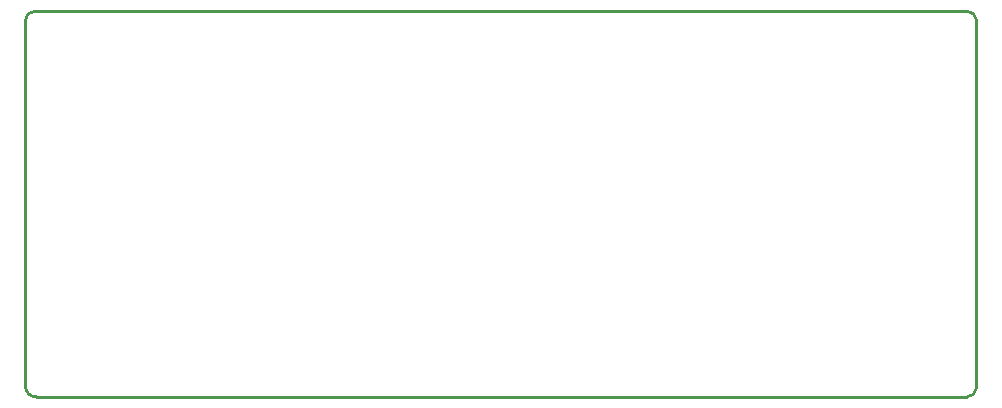
<source format=gbr>
G04 start of page 4 for group 2 idx 2 *
G04 Title: simple, outline *
G04 Creator: pcb 20140316 *
G04 CreationDate: Fri 07 Dec 2018 12:57:29 AM GMT UTC *
G04 For: brian *
G04 Format: Gerber/RS-274X *
G04 PCB-Dimensions (mil): 6000.00 5000.00 *
G04 PCB-Coordinate-Origin: lower left *
%MOIN*%
%FSLAX25Y25*%
%LNOUTLINE*%
%ADD40C,0.0100*%
G54D40*X445000Y342500D02*X134500D01*
X445000Y471000D02*X134000D01*
X131000Y346000D02*Y468000D01*
X448000D02*Y345500D01*
X134500Y342500D02*G75*G02X131000Y346000I0J3500D01*G01*
X134000Y471000D02*G75*G03X131000Y468000I0J-3000D01*G01*
X445000Y342500D02*G75*G03X448000Y345500I0J3000D01*G01*
Y468000D02*G75*G03X445000Y471000I-3000J0D01*G01*
M02*

</source>
